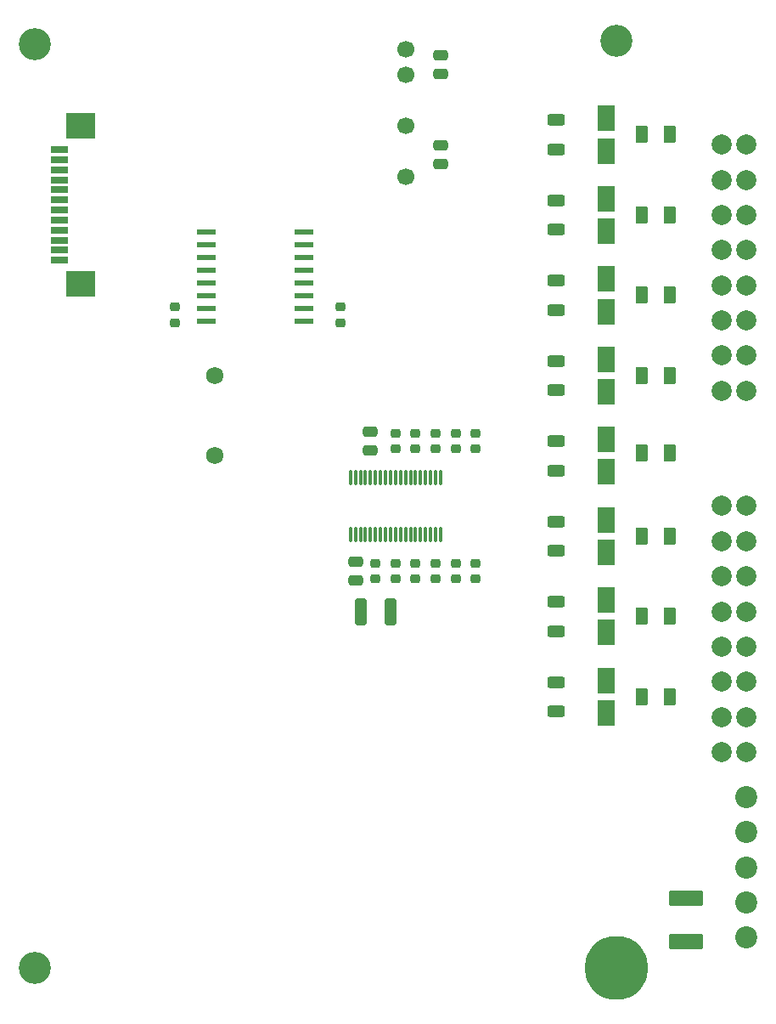
<source format=gbr>
%TF.GenerationSoftware,KiCad,Pcbnew,9.0.2*%
%TF.CreationDate,2025-06-25T12:37:36+03:00*%
%TF.ProjectId,PMCNV-AI8IU,504d434e-562d-4414-9938-49552e6b6963,rev?*%
%TF.SameCoordinates,Original*%
%TF.FileFunction,Soldermask,Top*%
%TF.FilePolarity,Negative*%
%FSLAX46Y46*%
G04 Gerber Fmt 4.6, Leading zero omitted, Abs format (unit mm)*
G04 Created by KiCad (PCBNEW 9.0.2) date 2025-06-25 12:37:36*
%MOMM*%
%LPD*%
G01*
G04 APERTURE LIST*
G04 Aperture macros list*
%AMRoundRect*
0 Rectangle with rounded corners*
0 $1 Rounding radius*
0 $2 $3 $4 $5 $6 $7 $8 $9 X,Y pos of 4 corners*
0 Add a 4 corners polygon primitive as box body*
4,1,4,$2,$3,$4,$5,$6,$7,$8,$9,$2,$3,0*
0 Add four circle primitives for the rounded corners*
1,1,$1+$1,$2,$3*
1,1,$1+$1,$4,$5*
1,1,$1+$1,$6,$7*
1,1,$1+$1,$8,$9*
0 Add four rect primitives between the rounded corners*
20,1,$1+$1,$2,$3,$4,$5,0*
20,1,$1+$1,$4,$5,$6,$7,0*
20,1,$1+$1,$6,$7,$8,$9,0*
20,1,$1+$1,$8,$9,$2,$3,0*%
G04 Aperture macros list end*
%ADD10RoundRect,0.250000X-0.375000X-0.625000X0.375000X-0.625000X0.375000X0.625000X-0.375000X0.625000X0*%
%ADD11C,3.200000*%
%ADD12R,1.651000X2.565400*%
%ADD13C,2.000000*%
%ADD14RoundRect,0.250000X-0.625000X0.312500X-0.625000X-0.312500X0.625000X-0.312500X0.625000X0.312500X0*%
%ADD15RoundRect,0.225000X0.250000X-0.225000X0.250000X0.225000X-0.250000X0.225000X-0.250000X-0.225000X0*%
%ADD16R,1.803400X0.635000*%
%ADD17R,2.997200X2.590800*%
%ADD18RoundRect,0.250000X-0.475000X0.250000X-0.475000X-0.250000X0.475000X-0.250000X0.475000X0.250000X0*%
%ADD19C,1.700000*%
%ADD20RoundRect,0.250000X0.325000X1.100000X-0.325000X1.100000X-0.325000X-1.100000X0.325000X-1.100000X0*%
%ADD21R,1.854200X0.482600*%
%ADD22RoundRect,0.225000X-0.250000X0.225000X-0.250000X-0.225000X0.250000X-0.225000X0.250000X0.225000X0*%
%ADD23O,6.350000X6.350000*%
%ADD24C,2.200000*%
%ADD25C,1.725000*%
%ADD26RoundRect,0.075000X0.075000X-0.662500X0.075000X0.662500X-0.075000X0.662500X-0.075000X-0.662500X0*%
%ADD27RoundRect,0.250000X1.450000X-0.537500X1.450000X0.537500X-1.450000X0.537500X-1.450000X-0.537500X0*%
%ADD28RoundRect,0.250000X0.475000X-0.250000X0.475000X0.250000X-0.475000X0.250000X-0.475000X-0.250000X0*%
G04 APERTURE END LIST*
D10*
%TO.C,F2*%
X24600000Y29000000D03*
X27400000Y29000000D03*
%TD*%
%TO.C,F7*%
X24600000Y-11000000D03*
X27400000Y-11000000D03*
%TD*%
D11*
%TO.C,H2*%
X22000000Y46390000D03*
%TD*%
D12*
%TO.C,D5*%
X21000000Y3387100D03*
X21000000Y6612900D03*
%TD*%
D13*
%TO.C,J5*%
X32500000Y-24500000D03*
X32500000Y-21000000D03*
X32500000Y-17500000D03*
X32500000Y-14000000D03*
X32500000Y-10500000D03*
X32500000Y-7000000D03*
X32500000Y-3500000D03*
X32500000Y0D03*
X35000000Y-24500000D03*
X35000000Y-21000000D03*
X35000000Y-17500000D03*
X35000000Y-14000000D03*
X35000000Y-10500000D03*
X35000000Y-7000000D03*
X35000000Y-3500000D03*
X35000000Y0D03*
%TD*%
D14*
%TO.C,R6*%
X16000000Y-1537500D03*
X16000000Y-4462500D03*
%TD*%
D10*
%TO.C,F3*%
X24600000Y21000000D03*
X27400000Y21000000D03*
%TD*%
D15*
%TO.C,C13*%
X2000000Y5725000D03*
X2000000Y7275000D03*
%TD*%
D16*
%TO.C,J1*%
X-33556000Y24500008D03*
X-33556000Y25500006D03*
X-33556000Y26500004D03*
X-33556000Y27500002D03*
X-33556000Y28500000D03*
X-33556000Y29500000D03*
X-33556000Y30500000D03*
X-33556000Y31500000D03*
X-33556000Y32499998D03*
X-33556000Y33499996D03*
X-33556000Y34499994D03*
X-33556000Y35499992D03*
D17*
X-31385999Y22149997D03*
X-31385999Y37850003D03*
%TD*%
D18*
%TO.C,C1*%
X4500000Y44950000D03*
X4500000Y43050000D03*
%TD*%
D12*
%TO.C,D3*%
X21000000Y19387100D03*
X21000000Y22612900D03*
%TD*%
D13*
%TO.C,J4*%
X32500000Y11500000D03*
X32500000Y15000000D03*
X32500000Y18500000D03*
X32500000Y22000000D03*
X32500000Y25500000D03*
X32500000Y29000000D03*
X32500000Y32500000D03*
X32500000Y36000000D03*
X35000000Y11500000D03*
X35000000Y15000000D03*
X35000000Y18500000D03*
X35000000Y22000000D03*
X35000000Y25500000D03*
X35000000Y29000000D03*
X35000000Y32500000D03*
X35000000Y36000000D03*
%TD*%
D19*
%TO.C,PS1*%
X1000000Y45500000D03*
X1000000Y42960000D03*
X1000000Y37880000D03*
X1000000Y32800000D03*
%TD*%
D14*
%TO.C,R1*%
X16000000Y38462500D03*
X16000000Y35537500D03*
%TD*%
D15*
%TO.C,C11*%
X0Y5725000D03*
X0Y7275000D03*
%TD*%
D14*
%TO.C,R4*%
X16000000Y14462500D03*
X16000000Y11537500D03*
%TD*%
D20*
%TO.C,C7*%
X-525000Y-10500000D03*
X-3475000Y-10500000D03*
%TD*%
D14*
%TO.C,R2*%
X16000000Y30462500D03*
X16000000Y27537500D03*
%TD*%
D21*
%TO.C,U3*%
X-18876800Y27305000D03*
X-18876800Y26035000D03*
X-18876800Y24765000D03*
X-18876800Y23495000D03*
X-18876800Y22225000D03*
X-18876800Y20955000D03*
X-18876800Y19685000D03*
X-18876800Y18415000D03*
X-9123200Y18415000D03*
X-9123200Y19685000D03*
X-9123200Y20955000D03*
X-9123200Y22225000D03*
X-9123200Y23495000D03*
X-9123200Y24765000D03*
X-9123200Y26035000D03*
X-9123200Y27305000D03*
%TD*%
D15*
%TO.C,C3*%
X-22000000Y18275000D03*
X-22000000Y19825000D03*
%TD*%
D18*
%TO.C,C10*%
X-2500000Y7450000D03*
X-2500000Y5550000D03*
%TD*%
D22*
%TO.C,C18*%
X6000000Y-5725000D03*
X6000000Y-7275000D03*
%TD*%
D14*
%TO.C,R3*%
X16000000Y22462500D03*
X16000000Y19537500D03*
%TD*%
D22*
%TO.C,C12*%
X0Y-5725000D03*
X0Y-7275000D03*
%TD*%
D12*
%TO.C,D2*%
X21000000Y27387100D03*
X21000000Y30612900D03*
%TD*%
D23*
%TO.C,D9*%
X22000000Y-46000000D03*
%TD*%
D24*
%TO.C,J6*%
X35000000Y-43000000D03*
X35000000Y-39500000D03*
X35000000Y-36000000D03*
X35000000Y-32500000D03*
X35000000Y-29000000D03*
%TD*%
D12*
%TO.C,D4*%
X21000000Y11387100D03*
X21000000Y14612900D03*
%TD*%
D14*
%TO.C,R5*%
X16000000Y6462500D03*
X16000000Y3537500D03*
%TD*%
D10*
%TO.C,F5*%
X24600000Y5325000D03*
X27400000Y5325000D03*
%TD*%
D15*
%TO.C,C15*%
X6000000Y5725000D03*
X6000000Y7275000D03*
%TD*%
D11*
%TO.C,H3*%
X-36000000Y-46000000D03*
%TD*%
D14*
%TO.C,R8*%
X16000000Y-17537500D03*
X16000000Y-20462500D03*
%TD*%
D12*
%TO.C,D1*%
X21000000Y35387100D03*
X21000000Y38612900D03*
%TD*%
D22*
%TO.C,C20*%
X2000000Y-5725000D03*
X2000000Y-7275000D03*
%TD*%
D14*
%TO.C,R7*%
X16000000Y-9537500D03*
X16000000Y-12462500D03*
%TD*%
D12*
%TO.C,D6*%
X21000000Y-4612900D03*
X21000000Y-1387100D03*
%TD*%
D25*
%TO.C,U2*%
X-18000000Y13000000D03*
%TD*%
D22*
%TO.C,C19*%
X4000000Y-5725000D03*
X4000000Y-7275000D03*
%TD*%
D15*
%TO.C,C14*%
X4000000Y5725000D03*
X4000000Y7275000D03*
%TD*%
D26*
%TO.C,U4*%
X-4500000Y-2862500D03*
X-4000000Y-2862500D03*
X-3500000Y-2862500D03*
X-3000000Y-2862500D03*
X-2500000Y-2862500D03*
X-2000000Y-2862500D03*
X-1500000Y-2862500D03*
X-1000000Y-2862500D03*
X-500000Y-2862500D03*
X0Y-2862500D03*
X500000Y-2862500D03*
X1000000Y-2862500D03*
X1500000Y-2862500D03*
X2000000Y-2862500D03*
X2500000Y-2862500D03*
X3000000Y-2862500D03*
X3500000Y-2862500D03*
X4000000Y-2862500D03*
X4500000Y-2862500D03*
X4500000Y2862500D03*
X4000000Y2862500D03*
X3500000Y2862500D03*
X3000000Y2862500D03*
X2500000Y2862500D03*
X2000000Y2862500D03*
X1500000Y2862500D03*
X1000000Y2862500D03*
X500000Y2862500D03*
X0Y2862500D03*
X-500000Y2862500D03*
X-1000000Y2862500D03*
X-1500000Y2862500D03*
X-2000000Y2862500D03*
X-2500000Y2862500D03*
X-3000000Y2862500D03*
X-3500000Y2862500D03*
X-4000000Y2862500D03*
X-4500000Y2862500D03*
%TD*%
D22*
%TO.C,C17*%
X8000000Y-5725000D03*
X8000000Y-7275000D03*
%TD*%
D12*
%TO.C,D8*%
X21000000Y-20612900D03*
X21000000Y-17387100D03*
%TD*%
D18*
%TO.C,C9*%
X-4000000Y-5550000D03*
X-4000000Y-7450000D03*
%TD*%
D15*
%TO.C,C16*%
X8000000Y5725000D03*
X8000000Y7275000D03*
%TD*%
D10*
%TO.C,F8*%
X24600000Y-19000000D03*
X27400000Y-19000000D03*
%TD*%
D22*
%TO.C,C4*%
X-5500000Y19825000D03*
X-5500000Y18275000D03*
%TD*%
D11*
%TO.C,H1*%
X-36000000Y46000000D03*
%TD*%
D27*
%TO.C,C21*%
X29000000Y-43387500D03*
X29000000Y-39112500D03*
%TD*%
D25*
%TO.C,U5*%
X-18000000Y5000000D03*
%TD*%
D22*
%TO.C,C8*%
X-2000000Y-5725000D03*
X-2000000Y-7275000D03*
%TD*%
D12*
%TO.C,D7*%
X21000000Y-12612900D03*
X21000000Y-9387100D03*
%TD*%
D10*
%TO.C,F6*%
X24600000Y-3000000D03*
X27400000Y-3000000D03*
%TD*%
D28*
%TO.C,C2*%
X4500000Y34050000D03*
X4500000Y35950000D03*
%TD*%
D10*
%TO.C,F1*%
X24600000Y37000000D03*
X27400000Y37000000D03*
%TD*%
%TO.C,F4*%
X24600000Y13000000D03*
X27400000Y13000000D03*
%TD*%
M02*

</source>
